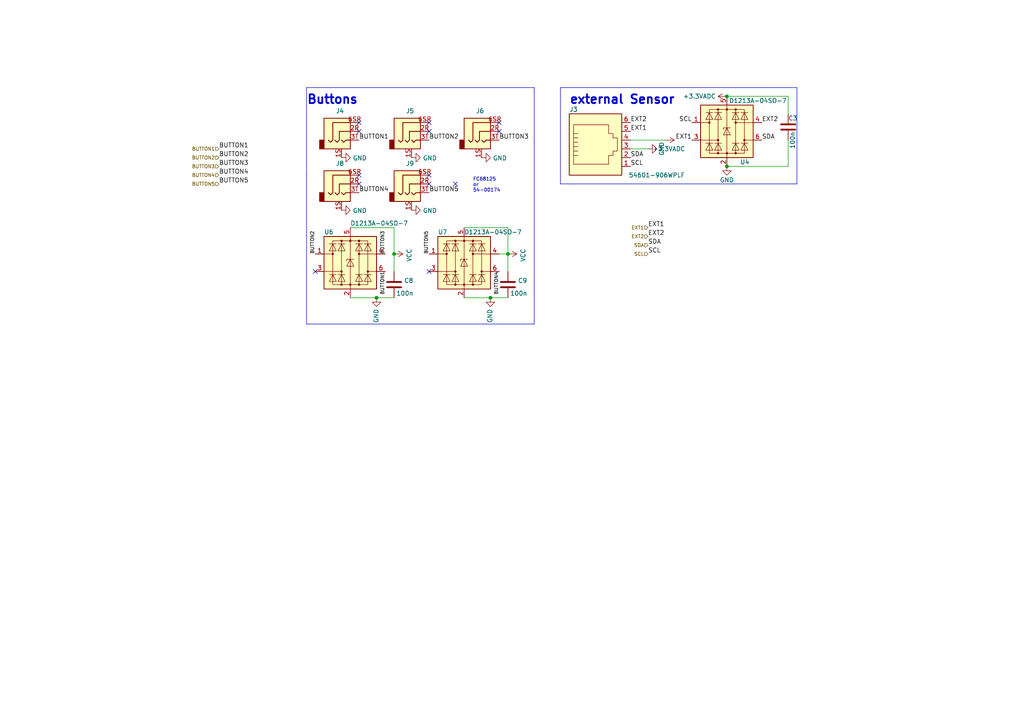
<source format=kicad_sch>
(kicad_sch (version 20250114) (generator "eeschema") (generator_version "9.0")
  (paper "A4")
  (lib_symbols
    (symbol "Connector:RJ25" (pin_names (offset 1.016))
      (property "Reference" "J" (at -5.08 11.43 0))
      (property "Value" "RJ25" (at 2.54 11.43 0))
      (symbol "RJ25_0_1"
        (polyline (pts (xy -6.35 3.175) (xy -5.08 3.175) (xy -5.08 3.175)))
        (polyline (pts (xy -6.35 1.905) (xy -5.08 1.905) (xy -5.08 1.905)))
        (polyline (pts (xy -6.35 0.635) (xy -5.08 0.635) (xy -5.08 0.635)))
        (polyline (pts (xy -6.35 -0.635) (xy -5.08 -0.635) (xy -5.08 -0.635)))
        (polyline (pts (xy -6.35 -1.905) (xy -5.08 -1.905) (xy -5.08 -1.905)))
        (polyline (pts (xy -6.35 -4.445) (xy -6.35 6.985) (xy 3.81 6.985) (xy 3.81 4.445) (xy 5.08 4.445) (xy 5.08 3.175) (xy 6.35 3.175) (xy 6.35 -0.635) (xy 5.08 -0.635) (xy 5.08 -1.905) (xy 3.81 -1.905) (xy 3.81 -4.445) (xy -6.35 -4.445) (xy -6.35 -4.445)))
        (polyline (pts (xy -5.08 4.445) (xy -6.35 4.445) (xy -6.35 4.445)))
        (rectangle (start 7.62 10.16) (end -7.62 -7.62) (stroke (width 0.254)) (fill (type background)))
      )
      (symbol "RJ25_1_1"
        (pin passive line (at 10.16 7.62 180) (length 2.54) (name "~") (number "6"))
        (pin passive line (at 10.16 5.08 180) (length 2.54) (name "~") (number "5"))
        (pin passive line (at 10.16 2.54 180) (length 2.54) (name "~") (number "4"))
        (pin passive line (at 10.16 0 180) (length 2.54) (name "~") (number "3"))
        (pin passive line (at 10.16 -2.54 180) (length 2.54) (name "~") (number "2"))
        (pin passive line (at 10.16 -5.08 180) (length 2.54) (name "~") (number "1"))
      )
    )
    (symbol "Device:C" (pin_numbers (hide yes)) (pin_names (offset 0.254))
      (property "Reference" "C" (at 0.635 2.54 0))
      (property "Value" "C" (at 0.635 -2.54 0))
      (symbol "C_0_1"
        (polyline (pts (xy -2.032 0.762) (xy 2.032 0.762)) (stroke (width 0.508)))
        (polyline (pts (xy -2.032 -0.762) (xy 2.032 -0.762)) (stroke (width 0.508)))
      )
      (symbol "C_1_1"
        (pin passive line (at 0 3.81 270) (length 2.794) (name "~") (number "1"))
        (pin passive line (at 0 -3.81 90) (length 2.794) (name "~") (number "2"))
      )
    )
    (symbol "FABI_customLib:AudioJack3_Ground"
      (property "Reference" "J" (at 0 8.89 0))
      (property "Value" "AudioJack3_Ground" (at 0 6.35 0))
      (symbol "AudioJack3_Ground_0_1"
        (rectangle (start -5.08 -2.54) (end -6.35 -5.08) (stroke (width 0.254)) (fill (type outline)))
        (polyline (pts (xy -1.905 -2.54) (xy -1.27 -3.175) (xy -0.635 -2.54) (xy -0.635 0) (xy 2.54 0)) (stroke (width 0.254)))
        (polyline (pts (xy 0 -2.54) (xy 0.635 -3.175) (xy 1.27 -2.54) (xy 2.54 -2.54)) (stroke (width 0.254)))
        (rectangle (start 2.54 3.81) (end -5.08 -5.08) (stroke (width 0.254)) (fill (type background)))
        (polyline (pts (xy 2.54 2.54) (xy -2.54 2.54) (xy -2.54 -2.54) (xy -3.175 -3.175) (xy -3.81 -2.54)) (stroke (width 0.254)))
      )
      (symbol "AudioJack3_Ground_1_1"
        (pin passive line (at 0 -7.62 90) (length 2.54) (name "~") (number "1S"))
        (pin passive line (at 5.08 2.54 180) (length 2.54) (name "~") (number "6SR"))
        (pin passive line (at 5.08 0 180) (length 2.54) (name "~") (number "2R"))
        (pin passive line (at 5.08 -2.54 180) (length 2.54) (name "~") (number "3T"))
      )
    )
    (symbol "Power_Protection:WE-TVS-824015043" (pin_names (hide yes))
      (property "Reference" "U" (at 0 12.7 0))
      (property "Value" "WE-TVS-824015043" (at 0 10.16 0))
      (symbol "WE-TVS-824015043_0_1"
        (rectangle (start -7.62 -7.62) (end 7.62 7.62) (stroke (width 0.254)) (fill (type background)))
        (polyline (pts (xy -6.096 3.429) (xy -4.064 3.429) (xy -5.08 5.461) (xy -6.096 3.429)))
        (polyline (pts (xy -6.096 -5.461) (xy -4.064 -5.461) (xy -5.08 -3.429) (xy -6.096 -5.461)))
        (circle (center -5.08 2.54) (radius 0.254) (fill (type outline)))
        (polyline (pts (xy -5.08 2.54) (xy -7.62 2.54)))
        (polyline (pts (xy -4.064 5.461) (xy -6.096 5.461)))
        (polyline (pts (xy -4.064 -3.429) (xy -6.096 -3.429)))
        (polyline (pts (xy -3.556 3.429) (xy -1.524 3.429) (xy -2.54 5.461) (xy -3.556 3.429)))
        (polyline (pts (xy -3.556 -5.461) (xy -1.524 -5.461) (xy -2.54 -3.429) (xy -3.556 -5.461)))
        (circle (center -2.54 6.35) (radius 0.254) (fill (type outline)))
        (rectangle (start -2.54 6.35) (end 2.54 -6.35))
        (polyline (pts (xy -2.54 6.35) (xy -5.08 6.35) (xy -5.08 -6.35) (xy -2.54 -6.35)))
        (circle (center -2.54 -2.54) (radius 0.254) (fill (type outline)))
        (polyline (pts (xy -2.54 -2.54) (xy -7.62 -2.54)))
        (circle (center -2.54 -6.35) (radius 0.254) (fill (type outline)))
        (polyline (pts (xy -1.524 5.461) (xy -3.556 5.461)))
        (polyline (pts (xy -1.524 -3.429) (xy -3.556 -3.429)))
        (polyline (pts (xy -1.016 -1.016) (xy 1.016 -1.016) (xy 0 1.016) (xy -1.016 -1.016)))
        (circle (center 0 6.35) (radius 0.254) (fill (type outline)))
        (polyline (pts (xy 0 6.35) (xy 0 7.62)))
        (polyline (pts (xy 0 1.27) (xy 0 6.35)))
        (polyline (pts (xy 0 -6.35) (xy 0 1.27)))
        (circle (center 0 -6.35) (radius 0.254) (fill (type outline)))
        (polyline (pts (xy 0 -7.62) (xy 0 -6.35)))
        (polyline (pts (xy 1.016 1.016) (xy 0.762 1.016) (xy -1.016 1.016) (xy -1.016 0.508)))
        (polyline (pts (xy 1.524 5.461) (xy 3.556 5.461)))
        (polyline (pts (xy 1.524 -3.429) (xy 3.556 -3.429)))
        (polyline (pts (xy 2.54 6.35) (xy 5.08 6.35) (xy 5.08 -6.35) (xy 2.54 -6.35)))
        (circle (center 2.54 6.35) (radius 0.254) (fill (type outline)))
        (polyline (pts (xy 2.54 2.54) (xy 7.62 2.54)))
        (circle (center 2.54 2.54) (radius 0.254) (fill (type outline)))
        (circle (center 2.54 -6.35) (radius 0.254) (fill (type outline)))
        (polyline (pts (xy 3.556 3.429) (xy 1.524 3.429) (xy 2.54 5.461) (xy 3.556 3.429)))
        (polyline (pts (xy 3.556 -5.461) (xy 1.524 -5.461) (xy 2.54 -3.429) (xy 3.556 -5.461)))
        (polyline (pts (xy 4.064 5.461) (xy 6.096 5.461)))
        (polyline (pts (xy 4.064 -3.429) (xy 6.096 -3.429)))
        (polyline (pts (xy 5.08 -2.54) (xy 7.62 -2.54)))
        (circle (center 5.08 -2.54) (radius 0.254) (fill (type outline)))
        (polyline (pts (xy 6.096 3.429) (xy 4.064 3.429) (xy 5.08 5.461) (xy 6.096 3.429)))
        (polyline (pts (xy 6.096 -5.461) (xy 4.064 -5.461) (xy 5.08 -3.429) (xy 6.096 -5.461)))
      )
      (symbol "WE-TVS-824015043_1_1"
        (pin passive line (at -10.16 2.54 0) (length 2.54) (name "I/O1") (number "1"))
        (pin passive line (at -10.16 -2.54 0) (length 2.54) (name "I/O2") (number "3"))
        (pin passive line (at 0 10.16 270) (length 2.54) (name "VBUS") (number "5"))
        (pin passive line (at 0 -10.16 90) (length 2.54) (name "GND") (number "2"))
        (pin passive line (at 10.16 2.54 180) (length 2.54) (name "I/O3") (number "4"))
        (pin passive line (at 10.16 -2.54 180) (length 2.54) (name "I/O4") (number "6"))
      )
    )
    (symbol "power:+3.3VADC" (power) (pin_names (offset 0))
      (property "Value" "+3.3VADC" (at 0 2.54 0))
      (symbol "+3.3VADC_0_0"
        (pin power_in line (at 0 0 90) (length 0) (hide yes) (name "+3.3VADC") (number "1"))
      )
      (symbol "+3.3VADC_0_1"
        (polyline (pts (xy -0.762 1.27) (xy 0 2.54)))
        (polyline (pts (xy 0 2.54) (xy 0.762 1.27)))
        (polyline (pts (xy 0 0) (xy 0 2.54)))
      )
    )
    (symbol "power:GND" (power) (pin_names (offset 0))
      (property "Value" "GND" (at 0 -3.81 0))
      (symbol "GND_0_1"
        (polyline (pts (xy 0 0) (xy 0 -1.27) (xy 1.27 -1.27) (xy 0 -2.54) (xy -1.27 -1.27) (xy 0 -1.27)))
      )
      (symbol "GND_1_1"
        (pin power_in line (at 0 0 270) (length 0) (hide yes) (name "GND") (number "1"))
      )
    )
    (symbol "power:GNDA" (power) (pin_names (offset 0))
      (property "Value" "GNDA" (at 0 -3.81 0))
      (symbol "GNDA_0_1"
        (polyline (pts (xy 0 0) (xy 0 -1.27) (xy 1.27 -1.27) (xy 0 -2.54) (xy -1.27 -1.27) (xy 0 -1.27)))
      )
      (symbol "GNDA_1_1"
        (pin power_in line (at 0 0 270) (length 0) (hide yes) (name "GNDA") (number "1"))
      )
    )
    (symbol "power:VCC" (power) (pin_names (offset 0))
      (property "Value" "VCC" (at 0 3.81 0))
      (symbol "VCC_0_1"
        (polyline (pts (xy -0.762 1.27) (xy 0 2.54)))
        (polyline (pts (xy 0 2.54) (xy 0.762 1.27)))
        (polyline (pts (xy 0 0) (xy 0 2.54)))
      )
      (symbol "VCC_1_1"
        (pin power_in line (at 0 0 90) (length 0) (hide yes) (name "VCC") (number "1"))
      )
    )
  )
  (text "Buttons" (at 88.9 30.48 0) (effects (font (size 2.54 2.54) (thickness 0.508) (bold yes)) (justify left bottom)))
  (text "FC68125\nor\n54-00174" (at 137.16 55.88 0) (effects (font (size 0.9906 0.9906)) (justify left bottom)))
  (text "external Sensor" (at 165.1 30.48 0) (effects (font (size 2.54 2.54) (thickness 0.508) (bold yes)) (justify left bottom)))
  (junction (at 109.22 86.36))
  (junction (at 114.3 73.66))
  (junction (at 210.82 27.94))
  (junction (at 147.32 73.66))
  (junction (at 210.82 48.26))
  (junction (at 142.24 86.36))
  (no_connect (at 124.46 78.74))
  (no_connect (at 124.46 50.8))
  (no_connect (at 124.46 38.1))
  (no_connect (at 91.44 78.74))
  (no_connect (at 104.14 38.1))
  (no_connect (at 144.78 35.56))
  (no_connect (at 104.14 35.56))
  (no_connect (at 124.46 35.56))
  (no_connect (at 104.14 50.8))
  (no_connect (at 104.14 53.34))
  (no_connect (at 124.46 53.34))
  (no_connect (at 144.78 38.1))
  (no_connect (at 132.08 53.34))
  (wire (pts (xy 228.6 27.94) (xy 210.82 27.94)))
  (polyline (pts (xy 162.56 53.34) (xy 165.1 53.34)))
  (wire (pts (xy 228.6 48.26) (xy 210.82 48.26)))
  (polyline (pts (xy 162.56 25.4) (xy 162.56 45.72)))
  (polyline (pts (xy 154.94 25.4) (xy 116.84 25.4)))
  (polyline (pts (xy 231.14 53.34) (xy 231.14 25.4)))
  (polyline (pts (xy 220.98 25.4) (xy 162.56 25.4)))
  (wire (pts (xy 182.88 40.64) (xy 193.04 40.64)))
  (wire (pts (xy 134.62 66.04) (xy 147.32 66.04)))
  (polyline (pts (xy 88.9 25.4) (xy 116.84 25.4)))
  (wire (pts (xy 147.32 66.04) (xy 147.32 73.66)))
  (wire (pts (xy 147.32 73.66) (xy 147.32 78.74)))
  (polyline (pts (xy 231.14 25.4) (xy 220.98 25.4)))
  (polyline (pts (xy 88.9 25.4) (xy 88.9 50.8)))
  (polyline (pts (xy 88.9 50.8) (xy 88.9 93.98)))
  (polyline (pts (xy 165.1 53.34) (xy 231.14 53.34)))
  (wire (pts (xy 109.22 86.36) (xy 114.3 86.36)))
  (wire (pts (xy 228.6 33.02) (xy 228.6 27.94)))
  (polyline (pts (xy 88.9 93.98) (xy 154.94 93.98)))
  (wire (pts (xy 101.6 66.04) (xy 114.3 66.04)))
  (wire (pts (xy 134.62 86.36) (xy 142.24 86.36)))
  (wire (pts (xy 228.6 40.64) (xy 228.6 48.26)))
  (wire (pts (xy 144.78 73.66) (xy 147.32 73.66)))
  (polyline (pts (xy 154.94 93.98) (xy 154.94 25.4)))
  (wire (pts (xy 114.3 73.66) (xy 114.3 78.74)))
  (wire (pts (xy 142.24 86.36) (xy 147.32 86.36)))
  (wire (pts (xy 101.6 86.36) (xy 109.22 86.36)))
  (polyline (pts (xy 162.56 45.72) (xy 162.56 53.34)))
  (wire (pts (xy 114.3 66.04) (xy 114.3 73.66)))
  (wire (pts (xy 182.88 43.18) (xy 187.96 43.18)))
  (label "EXT1" (at 187.96 66.04 0))
  (label "BUTTON4" (at 144.78 78.74 270) (effects (font (size 0.9906 0.9906))))
  (label "BUTTON5" (at 124.46 55.88 0))
  (label "EXT1" (at 200.66 40.64 180))
  (label "BUTTON4" (at 63.5 50.8 0))
  (label "BUTTON1" (at 63.5 43.18 0))
  (label "EXT2" (at 220.98 35.56 0))
  (label "BUTTON2" (at 124.46 40.64 0))
  (label "EXT1" (at 182.88 38.1 0))
  (label "BUTTON5" (at 63.5 53.34 0))
  (label "BUTTON2" (at 63.5 45.72 0))
  (label "BUTTON5" (at 124.46 73.66 90) (effects (font (size 0.9906 0.9906))))
  (label "SCL" (at 200.66 35.56 180))
  (label "SDA" (at 182.88 45.72 0))
  (label "BUTTON2" (at 91.44 73.66 90) (effects (font (size 0.9906 0.9906))))
  (label "BUTTON3" (at 63.5 48.26 0))
  (label "SDA" (at 220.98 40.64 0))
  (label "SCL" (at 187.96 73.66 0))
  (label "BUTTON4" (at 104.14 55.88 0))
  (label "BUTTON3" (at 144.78 40.64 0))
  (label "EXT2" (at 187.96 68.58 0))
  (label "BUTTON1" (at 111.76 78.74 270) (effects (font (size 0.9906 0.9906))))
  (label "EXT2" (at 182.88 35.56 0))
  (label "BUTTON3" (at 111.76 73.66 90) (effects (font (size 0.9906 0.9906))))
  (label "SCL" (at 182.88 48.26 0))
  (label "BUTTON1" (at 104.14 40.64 0))
  (label "SDA" (at 187.96 71.12 0))
  (hierarchical_label "SCL" (shape input) (at 187.96 73.66 180) (effects (font (size 0.9906 0.9906))))
  (hierarchical_label "SDA" (shape input) (at 187.96 71.12 180) (effects (font (size 0.9906 0.9906))))
  (hierarchical_label "BUTTON4" (shape input) (at 63.5 50.8 180) (effects (font (size 0.9906 0.9906))))
  (hierarchical_label "BUTTON1" (shape input) (at 63.5 43.18 180) (effects (font (size 0.9906 0.9906))))
  (hierarchical_label "EXT1" (shape input) (at 187.96 66.04 180) (effects (font (size 0.9906 0.9906))))
  (hierarchical_label "BUTTON3" (shape input) (at 63.5 48.26 180) (effects (font (size 0.9906 0.9906))))
  (hierarchical_label "BUTTON5" (shape input) (at 63.5 53.34 180) (effects (font (size 0.9906 0.9906))))
  (hierarchical_label "EXT2" (shape input) (at 187.96 68.58 180) (effects (font (size 0.9906 0.9906))))
  (hierarchical_label "BUTTON2" (shape input) (at 63.5 45.72 180) (effects (font (size 0.9906 0.9906))))
  (symbol (lib_id "power:GND") (at 99.06 45.72 90) (mirror x) (unit 1)
    (property "Reference" "#PWR024" (effects (hide yes)))
    (property "Value" "GND" (at 102.3112 45.847 90) (effects (justify right)))
  )
  (symbol (lib_id "FABI_customLib:AudioJack3_Ground") (at 99.06 38.1 0) (unit 1)
    (property "Reference" "J4" (at 98.6028 32.1818 0))
    (property "Value" "54-00174 / FC68125" (effects (hide yes)))
    (property "Footprint" "FABI:FC68125" (effects (hide yes)))
    (property "Datasheet" "https://docs.rs-online.com/db52/0900766b812d152e.pdf" (effects (hide yes)))
    (property "RS" "https://at.rs-online.com/web/p/klinken-steckerbuchsen/8051655/" (effects (hide yes)))
    (property "RS-Nr" "805-1655" (effects (hide yes)))
    (property "Digikey" "839-54-00174CT-ND" (effects (hide yes)))
  )
  (symbol (lib_id "power:GNDA") (at 187.96 43.18 90) (unit 1)
    (property "Reference" "#PWR012" (effects (hide yes)))
    (property "Value" "GND" (at 191.905 43.18 0))
  )
  (symbol (lib_id "Power_Protection:WE-TVS-824015043") (at 134.62 76.2 0) (unit 1)
    (property "Reference" "U7" (at 127 67.31 0) (effects (justify left)))
    (property "Value" "D1213A-04SO-7" (at 134.62 67.31 0) (effects (justify left)))
    (property "Footprint" "Package_TO_SOT_SMD:SC-74-6_1.55x2.9mm_P0.95mm" (effects (hide yes)))
    (property "Datasheet" "https://www.we-online.com/components/products/datasheet/824015043.pdf" (effects (hide yes)))
    (property "Digikey" "D1213A-04SO-7DICT-ND" (effects (hide yes)))
  )
  (symbol (lib_id "power:GND") (at 142.24 86.36 0) (mirror y) (unit 1)
    (property "Reference" "#PWR040" (effects (hide yes)))
    (property "Value" "GND" (at 142.113 89.6112 90) (effects (justify right)))
  )
  (symbol (lib_id "Power_Protection:WE-TVS-824015043") (at 210.82 38.1 0) (unit 1)
    (property "Reference" "U4" (at 214.63 46.99 0) (effects (justify left)))
    (property "Value" "D1213A-04SO-7" (at 211.455 29.21 0) (effects (justify left)))
    (property "Footprint" "Package_TO_SOT_SMD:SC-74-6_1.55x2.9mm_P0.95mm" (effects (hide yes)))
    (property "Datasheet" "https://www.we-online.com/components/products/datasheet/824015043.pdf" (effects (hide yes)))
    (property "Digikey" "D1213A-04SO-7DICT-ND" (effects (hide yes)))
  )
  (symbol (lib_id "power:+3.3VADC") (at 193.04 40.64 270) (unit 1)
    (property "Reference" "#PWR016" (effects (hide yes)))
    (property "Value" "+3.3VADC" (at 189.23 43.18 90) (effects (justify left)))
  )
  (symbol (lib_id "FABI_customLib:AudioJack3_Ground") (at 119.38 53.34 0) (unit 1)
    (property "Reference" "J9" (at 118.9228 47.4218 0))
    (property "Value" "54-00174 / FC68125" (effects (hide yes)))
    (property "Footprint" "FABI:FC68125" (effects (hide yes)))
    (property "Datasheet" "https://docs.rs-online.com/db52/0900766b812d152e.pdf" (effects (hide yes)))
    (property "RS" "https://at.rs-online.com/web/p/klinken-steckerbuchsen/8051655/" (effects (hide yes)))
    (property "RS-Nr" "805-1655" (effects (hide yes)))
    (property "Digikey" "839-54-00174CT-ND" (effects (hide yes)))
  )
  (symbol (lib_id "power:VCC") (at 114.3 73.66 270) (unit 1)
    (property "Reference" "#PWR024" (effects (hide yes)))
    (property "Value" "VCC" (at 118.6942 74.041 0))
  )
  (symbol (lib_id "FABI_customLib:AudioJack3_Ground") (at 139.7 38.1 0) (unit 1)
    (property "Reference" "J6" (at 139.2428 32.1818 0))
    (property "Value" "54-00174 / FC68125" (effects (hide yes)))
    (property "Footprint" "FABI:FC68125" (effects (hide yes)))
    (property "Datasheet" "https://docs.rs-online.com/db52/0900766b812d152e.pdf" (effects (hide yes)))
    (property "RS" "https://at.rs-online.com/web/p/klinken-steckerbuchsen/8051655/" (effects (hide yes)))
    (property "RS-Nr" "805-1655" (effects (hide yes)))
    (property "Digikey" "839-54-00174CT-ND" (effects (hide yes)))
  )
  (symbol (lib_id "power:GND") (at 109.22 86.36 0) (mirror y) (unit 1)
    (property "Reference" "#PWR039" (effects (hide yes)))
    (property "Value" "GND" (at 109.093 89.6112 90) (effects (justify right)))
  )
  (symbol (lib_id "power:GND") (at 119.38 45.72 90) (mirror x) (unit 1)
    (property "Reference" "#PWR025" (effects (hide yes)))
    (property "Value" "GND" (at 122.6312 45.847 90) (effects (justify right)))
  )
  (symbol (lib_id "power:+3.3VADC") (at 210.82 27.94 90) (unit 1)
    (property "Reference" "#PWR012" (effects (hide yes)))
    (property "Value" "+3.3VADC" (at 207.645 27.94 90) (effects (justify left)))
  )
  (symbol (lib_id "power:GND") (at 99.06 60.96 90) (mirror x) (unit 1)
    (property "Reference" "#PWR031" (effects (hide yes)))
    (property "Value" "GND" (at 102.3112 61.087 90) (effects (justify right)))
  )
  (symbol (lib_id "FABI_customLib:AudioJack3_Ground") (at 119.38 38.1 0) (unit 1)
    (property "Reference" "J5" (at 118.9228 32.1818 0))
    (property "Value" "54-00174 / FC68125" (effects (hide yes)))
    (property "Footprint" "FABI:FC68125" (effects (hide yes)))
    (property "Datasheet" "https://docs.rs-online.com/db52/0900766b812d152e.pdf" (effects (hide yes)))
    (property "RS" "https://at.rs-online.com/web/p/klinken-steckerbuchsen/8051655/" (effects (hide yes)))
    (property "RS-Nr" "805-1655" (effects (hide yes)))
    (property "Digikey" "839-54-00174CT-ND" (effects (hide yes)))
  )
  (symbol (lib_id "power:VCC") (at 147.32 73.66 270) (unit 1)
    (property "Reference" "#PWR025" (effects (hide yes)))
    (property "Value" "VCC" (at 151.7142 74.041 0))
  )
  (symbol (lib_id "Device:C") (at 114.3 82.55 0) (unit 1)
    (property "Reference" "C8" (at 117.221 81.3816 0) (effects (justify left)))
    (property "Value" "100n" (at 114.935 85.09 0) (effects (justify left)))
    (property "Footprint" "Capacitor_SMD:C_0603_1608Metric" (effects (hide yes)))
    (property "Digikey" "1276-CL10B104KB8NNNLCT-ND" (effects (hide yes)))
    (property "Farnell" "3013409" (effects (hide yes)))
    (property "Mouser" "581-06035C104K4" (effects (hide yes)))
    (property "RS Components" "200-6519" (effects (hide yes)))
  )
  (symbol (lib_id "power:GND") (at 119.38 60.96 90) (mirror x) (unit 1)
    (property "Reference" "#PWR032" (effects (hide yes)))
    (property "Value" "GND" (at 122.6312 61.087 90) (effects (justify right)))
  )
  (symbol (lib_id "Power_Protection:WE-TVS-824015043") (at 101.6 76.2 0) (unit 1)
    (property "Reference" "U6" (at 93.98 67.31 0) (effects (justify left)))
    (property "Value" "D1213A-04SO-7" (at 101.6 64.77 0) (effects (justify left)))
    (property "Footprint" "Package_TO_SOT_SMD:SC-74-6_1.55x2.9mm_P0.95mm" (effects (hide yes)))
    (property "Datasheet" "https://www.we-online.com/components/products/datasheet/824015043.pdf" (effects (hide yes)))
    (property "Digikey" "D1213A-04SO-7DICT-ND" (effects (hide yes)))
  )
  (symbol (lib_id "power:GNDA") (at 210.82 48.26 0) (unit 1)
    (property "Reference" "#PWR016" (effects (hide yes)))
    (property "Value" "GND" (at 210.82 52.205 0))
  )
  (symbol (lib_id "FABI_customLib:AudioJack3_Ground") (at 99.06 53.34 0) (unit 1)
    (property "Reference" "J8" (at 98.6028 47.4218 0))
    (property "Value" "54-00174 / FC68125" (effects (hide yes)))
    (property "Footprint" "FABI:FC68125" (effects (hide yes)))
    (property "Datasheet" "https://docs.rs-online.com/db52/0900766b812d152e.pdf" (effects (hide yes)))
    (property "RS" "https://at.rs-online.com/web/p/klinken-steckerbuchsen/8051655/" (effects (hide yes)))
    (property "RS-Nr" "805-1655" (effects (hide yes)))
    (property "Digikey" "839-54-00174CT-ND" (effects (hide yes)))
  )
  (symbol (lib_id "Device:C") (at 147.32 82.55 0) (unit 1)
    (property "Reference" "C9" (at 150.241 81.3816 0) (effects (justify left)))
    (property "Value" "100n" (at 147.955 85.09 0) (effects (justify left)))
    (property "Footprint" "Capacitor_SMD:C_0603_1608Metric" (effects (hide yes)))
    (property "Digikey" "1276-CL10B104KB8NNNLCT-ND" (effects (hide yes)))
    (property "Farnell" "3013409" (effects (hide yes)))
    (property "Mouser" "581-06035C104K4" (effects (hide yes)))
    (property "RS Components" "200-6519" (effects (hide yes)))
  )
  (symbol (lib_id "Device:C") (at 228.6 36.83 0) (unit 1)
    (property "Reference" "C3" (at 228.6 34.29 0) (effects (justify left)))
    (property "Value" "100n" (at 229.87 43.18 90) (effects (justify left)))
    (property "Footprint" "Capacitor_SMD:C_0603_1608Metric" (effects (hide yes)))
    (property "Digikey" "1276-CL10B104KB8NNNLCT-ND" (effects (hide yes)))
    (property "Farnell" "3013409" (effects (hide yes)))
    (property "Mouser" "581-06035C104K4" (effects (hide yes)))
    (property "RS Components" "200-6519" (effects (hide yes)))
  )
  (symbol (lib_id "power:GND") (at 139.7 45.72 90) (mirror x) (unit 1)
    (property "Reference" "#PWR026" (effects (hide yes)))
    (property "Value" "GND" (at 142.9512 45.847 90) (effects (justify right)))
  )
  (symbol (lib_id "Connector:RJ25") (at 172.72 43.18 0) (unit 1)
    (property "Reference" "J3" (at 166.37 31.75 0))
    (property "Value" "54601-906WPLF" (at 190.5 50.8 0))
    (property "Footprint" "Connector_RJ:RJ12_Amphenol_54601-x06_Horizontal" (effects (hide yes)))
    (property "Digikey" "609-4729-ND" (effects (hide yes)))
    (property "Farnell" "2135977" (effects (hide yes)))
    (property "Mouser" " 649-54601-906WPLF" (effects (hide yes)))
  )
)
</source>
